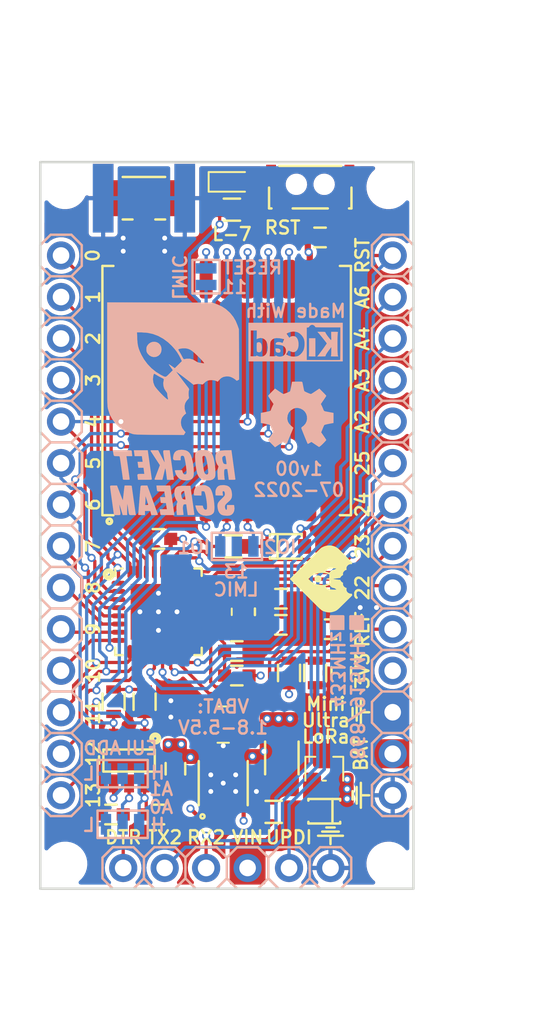
<source format=kicad_pcb>
(kicad_pcb (version 20211014) (generator pcbnew)
  (title_block (title "Mini Ultra LoRa") (date "2022-07-17") (rev "1v00") (company "Rocket Scream Electronics"))
  (layers (0 "F.Cu" signal) (1 "In1.Cu" power "GND") (2 "In2.Cu" power "3V3") (31 "B.Cu" signal) (34 "B.Paste" user) (35 "F.Paste" user) (36 "B.SilkS" user "B.Silkscreen") (37 "F.SilkS" user "F.Silkscreen") (38 "B.Mask" user) (39 "F.Mask" user) (44 "Edge.Cuts" user))
  (net 0 "")
  (net 1 "GND")
  (net 2 "/D4")
  (net 3 "/D9")
  (net 4 "/RST")
  (net 5 "/D3")
  (net 6 "/D5")
  (net 7 "/D6")
  (net 8 "/D7")
  (net 9 "/D8")
  (net 10 "/D10")
  (net 11 "/D11")
  (net 12 "/D12")
  (net 13 "/D13")
  (net 14 "/A6")
  (net 15 "AREF")
  (net 16 "/A2")
  (net 17 "/A3")
  (net 18 "/A4")
  (net 19 "/A5")
  (net 20 "/D0")
  (net 21 "/D1")
  (net 22 "/D2")
  (net 23 "VIN")
  (net 24 "/BULX")
  (net 25 "/BOLX")
  (net 26 "VBAT")
  (net 27 "/D25")
  (net 28 "/D20")
  (net 29 "/D21")
  (net 30 "/UPDI")
  (net 31 "/D24")
  (net 32 "/D23")
  (net 33 "/D22")
  (net 34 "Net-(C4-Pad1)")
  (net 35 "Net-(D3-Pad2)")
  (net 36 "3V3")
  (net 37 "Net-(C3-Pad1)")
  (net 38 "Net-(C2-Pad2)")
  (net 39 "Net-(J2-Pad1)")
  (net 40 "Net-(JP1-Pad2)")
  (net 41 "Net-(JP2-Pad2)")
  (net 42 "/DIO2")
  (net 43 "/DIO1")
  (net 44 "Net-(JP4-Pad2)")
  (footprint "RocketScreamKiCadLib:TS-1086E-12" (layer "F.Cu") (at 214 109.1)
    (fp_text reference "SW1" hide)
    (fp_text value "SPNO")
  )
  (footprint "RocketScreamKiCadLib:SOD-323" (layer "F.Cu") (at 212.5 131.6)
    (fp_text reference "D1" hide)
    (fp_text value "1N4148WS")
  )
  (footprint "RocketScreamKiCadLib:R_0603" (layer "F.Cu") (at 209.2 111 180)
    (fp_text reference "R5" hide)
    (fp_text value "2K2")
  )
  (footprint "RocketScreamKiCadLib:R_0603" (layer "F.Cu") (at 209.3 131.6 180)
    (fp_text reference "R1" hide)
    (fp_text value "10K")
  )
  (footprint "RocketScreamKiCadLib:C_0603" (layer "F.Cu") (at 204.7 131.14 180)
    (fp_text reference "C1" hide)
    (fp_text value "100nF")
  )
  (footprint "RocketScreamKiCadLib:C_0603" (layer "F.Cu") (at 209.5 138)
    (fp_text reference "C3" hide)
    (fp_text value "100nF")
  )
  (footprint "RocketScreamKiCadLib:R_0603" (layer "F.Cu") (at 211.76 147.84 180)
    (fp_text reference "R2" hide)
    (fp_text value "10K")
  )
  (footprint "RocketScreamKiCadLib:SOD-323" (layer "F.Cu") (at 214.86 147.8 180)
    (fp_text reference "D2" hide)
    (fp_text value "B16WS")
  )
  (footprint "RocketScreamKiCadLib:C_1206" (layer "F.Cu") (at 212.26 144.54 -90)
    (fp_text reference "C5" hide)
    (fp_text value "220uF 6.3V X5R")
  )
  (footprint "RocketScreamKiCadLib:I_0603" (layer "F.Cu") (at 209.5 139.5)
    (fp_text reference "L2" hide)
    (fp_text value "BLM18KG221SN1D")
  )
  (footprint "RocketScreamKiCadLib:I_2520" (layer "F.Cu") (at 208.668 142.5 180)
    (fp_text reference "L1" hide)
    (fp_text value "CVH252009-2R2M")
  )
  (footprint "RocketScreamKiCadLib:C_0603" (layer "F.Cu") (at 205.74 145.2 -90)
    (fp_text reference "C4" hide)
    (fp_text value "22uF 10V X5R")
  )
  (footprint "RocketScreamKiCadLib:DFN-12" (layer "F.Cu") (at 208.668 146.082 90)
    (fp_text reference "U1" hide)
    (fp_text value "RP604K331A")
  )
  (footprint "RocketScreamKiCadLib:SOT-323" (layer "F.Cu") (at 214.86 145.2 -90)
    (fp_text reference "Q1" hide)
    (fp_text value "DMP2165UW-7")
  )
  (footprint "RocketScreamKiCadLib:R_0603" (layer "F.Cu") (at 214.3 139.34 -90)
    (fp_text reference "R7" hide)
    (fp_text value "1M")
  )
  (footprint "RocketScreamKiCadLib:R_0603" (layer "F.Cu") (at 212.7 139.34 -90)
    (fp_text reference "R6" hide)
    (fp_text value "1M")
  )
  (footprint "RocketScreamKiCadLib:C_0603" (layer "F.Cu") (at 201.79 148)
    (fp_text reference "C2" hide)
    (fp_text value "100nF")
  )
  (footprint "RocketScreamKiCadLib:C_0603" (layer "F.Cu") (at 215.25 136.665 180)
    (fp_text reference "C7" hide)
    (fp_text value "100nF")
  )
  (footprint "RocketScreamKiCadLib:LED_0603" (layer "F.Cu") (at 209.2 109.3)
    (fp_text reference "D3" hide)
    (fp_text value "Red")
  )
  (footprint "RocketScreamKiCadLib:C_0603" (layer "F.Cu") (at 212.2 136.4)
    (fp_text reference "C8" hide)
    (fp_text value "10pF")
  )
  (footprint "RocketScreamKiCadLib:C_0603" (layer "F.Cu") (at 212.2 134.8)
    (fp_text reference "C9" hide)
    (fp_text value "10pF")
  )
  (footprint "RocketScreamKiCadLib:SC-20S" (layer "F.Cu") (at 209.9 135.6 90)
    (fp_text reference "Y1" hide)
    (fp_text value "SC20S")
  )
  (footprint "RocketScreamKiCadLib:LOGO-ROCKET-SCREAM_Without_Text_XXXXSmall" (layer "F.Cu") (at 215.163073 133.590004 135)
    (fp_text reference "LOGO2" hide)
    (fp_text value "LOGO-ROCKET-SCREAM-WITHOUT-TEXT" hide)
  )
  (footprint "RocketScreamKiCadLib:C_0603" (layer "F.Cu") (at 215.9 139.34 90)
    (fp_text reference "C10" hide)
    (fp_text value "100nF")
  )
  (footprint "RocketScreamKiCadLib:C_0603" (layer "F.Cu") (at 214.6 112.7)
    (fp_text reference "C11" hide)
    (fp_text value "22uF 10V X5R")
  )
  (footprint "RocketScreamKiCadLib:HOLE_NPTH_2.2MM" (layer "F.Cu") (at 218.796 109.614)
    (fp_text reference "M7" hide)
    (fp_text value "MOUNT_HOLE")
  )
  (footprint "RocketScreamKiCadLib:FIDUCIAL-0.5MM_CROSS" (layer "F.Cu") (at 198.46 111.54)
    (fp_text reference "M1" hide)
    (fp_text value "FIDUCIAL")
  )
  (footprint "RocketScreamKiCadLib:HOLE_NPTH_2.2MM" (layer "F.Cu") (at 198.984 151.016)
    (fp_text reference "M5" hide)
    (fp_text value "MOUNT_HOLE")
  )
  (footprint "RocketScreamKiCadLib:SOT-23-6" (layer "F.Cu") (at 202.9 144.7 180)
    (fp_text reference "U3" hide)
    (fp_text value "24AA025E64T-I-OT")
  )
  (footprint "RocketScreamKiCadLib:HOLE_NPTH_2.2MM" (layer "F.Cu") (at 198.984 109.614)
    (fp_text reference "M6" hide)
    (fp_text value "MOUNT_HOLE")
  )
  (footprint "RocketScreamKiCadLib:C_0603" (layer "F.Cu") (at 204.7 148)
    (fp_text reference "C6" hide)
    (fp_text value "100nF")
  )
  (footprint "RocketScreamKiCadLib:R_0603" (layer "F.Cu") (at 201.95 141.1 90)
    (fp_text reference "R3" hide)
    (fp_text value "2K2")
  )
  (footprint "RocketScreamKiCadLib:FIDUCIAL-0.5MM_CROSS" (layer "F.Cu") (at 198.46 149.04)
    (fp_text reference "M3" hide)
    (fp_text value "FIDUCIAL")
  )
  (footprint "RocketScreamKiCadLib:HOLE_NPTH_2.2MM" (layer "F.Cu") (at 218.796 151.016)
    (fp_text reference "M8" hide)
    (fp_text value "MOUNT_HOLE")
  )
  (footprint "RocketScreamKiCadLib:RF-SMA-EDGE_Without_Feed" (layer "F.Cu") (at 203.81 110.3 90)
    (fp_text reference "J3" hide)
    (fp_text value "RF-SMA-EDGE_Without_Feed")
  )
  (footprint "RocketScreamKiCadLib:U.FL-R-SMT" (layer "F.Cu") (at 203.81 110.3 180)
    (fp_text reference "J2" hide)
    (fp_text value "U.FL-R-SMT")
  )
  (footprint "RocketScreamKiCadLib:FIDUCIAL-0.5MM_CROSS" (layer "F.Cu") (at 219.46 149.04)
    (fp_text reference "M4" hide)
    (fp_text value "FIDUCIAL")
  )
  (footprint "RocketScreamKiCadLib:E19-900M20S2" (layer "F.Cu") (at 208.89 122.067)
    (fp_text reference "U4" hide)
    (fp_text value "E19-900M20S2")
  )
  (footprint "RocketScreamKiCadLib:R_0603" (layer "F.Cu") (at 203.85 141.1 90)
    (fp_text reference "R4" hide)
    (fp_text value "2K2")
  )
  (footprint "RocketScreamKiCadLib:QFN-32_5x5mm_Pitch0.5mm" (layer "F.Cu") (at 204.7 135.6)
    (fp_text reference "U2" hide)
    (fp_text value "ATMEGAx808-Mx")
  )
  (footprint "RocketScreamKiCadLib:FIDUCIAL-0.5MM_CROSS" (layer "F.Cu") (at 219.46 111.54)
    (fp_text reference "M2" hide)
    (fp_text value "FIDUCIAL")
  )
  (footprint "RocketScreamKiCadLib:LOGO-ROCKET-SCREAM_Vertical_XSmall" (layer "B.Cu") (at 205.59908 123.407889 180)
    (fp_text reference "LOGO3" hide)
    (fp_text value "LOGO-ROCKET-SCREAM-VERTICAL" hide)
  )
  (footprint "RocketScreamKiCadLib:HDR_1x6_Pitch2.54mm" (layer "B.Cu") (at 208.89 151.27)
    (fp_text reference "J1" hide)
    (fp_text value "2.54 mm 1x6")
  )
  (footprint "RocketScreamKiCadLib:HDR_1x14_Pitch2.54mm" (layer "B.Cu") (at 219.05 130.315 -90)
    (fp_text reference "J5" hide)
    (fp_text value "2.54 mm 1x14")
  )
  (footprint "RocketScreamKiCadLib:HDR_1x14_Pitch2.54mm" (layer "B.Cu") (at 198.73 130.315 -90)
    (fp_text reference "J4" hide)
    (fp_text value "2.54 mm 1x14")
  )
  (footprint "RocketScreamKiCadLib:LOGO-KICAD_XXXSmall" (layer "B.Cu") (at 213.1 119.1 180)
    (fp_text reference "LOGO1" hide)
    (fp_text value "LOGO-KICAD" hide)
  )
  (footprint "RocketScreamKiCadLib:LOGO-OSHW_XXSmall" (layer "B.Cu") (at 213.2 123.5 180)
    (fp_text reference "LOGO4" hide)
    (fp_text value "LOGO-OSHW" hide)
  )
  (footprint "RocketScreamKiCadLib:JUMPER-2-WAY-SMD" (layer "B.Cu") (at 209.5 131.6)
    (fp_text reference "JP3" hide)
    (fp_text value "JUMPER-2-WAY")
  )
  (footprint "RocketScreamKiCadLib:JUMPER-2-WAY-SMD" (layer "B.Cu") (at 202.5 148.6)
    (fp_text reference "JP2" hide)
    (fp_text value "JUMPER-2-WAY")
  )
  (footprint "RocketScreamKiCadLib:JUMPER-1-WAY-SMD" (layer "B.Cu") (at 207.62 115.1 90)
    (fp_text reference "JP4" hide)
    (fp_text value "JUMPER-1-WAY")
  )
  (footprint "RocketScreamKiCadLib:JUMPER-2-WAY-SMD" (layer "B.Cu") (at 202.5 145.5)
    (fp_text reference "JP1" hide)
    (fp_text value "JUMPER-2-WAY")
  )
  (gr_poly (pts (xy 216.46 135.878) (xy 216.46 136.64) (xy 217.222 136.64) (xy 217.222 135.878)) (layer "B.SilkS") (width 0.15) (fill solid))
  (gr_poly (pts (xy 215.26 135.878) (xy 215.26 136.64) (xy 216.022 136.64) (xy 216.022 135.878)) (layer "B.SilkS") (width 0.15) (fill solid))
  (gr_line (start 217.608 146.825) (end 217.1 146.825) (layer "F.SilkS") (width 0.15))
  (gr_line (start 217.1 140.983) (end 217.1 142.507) (layer "F.SilkS") (width 0.15))
  (gr_line (start 215.748 149.046) (end 214.732 149.046) (layer "F.SilkS") (width 0.15))
  (gr_line (start 216.002 149.3) (end 214.478 149.3) (layer "F.SilkS") (width 0.15))
  (gr_line (start 215.24 149.808) (end 215.24 149.3) (layer "F.SilkS") (width 0.15))
  (gr_line (start 217.1 146.063) (end 217.1 147.587) (layer "F.SilkS") (width 0.15))
  (gr_line (start 216.846 146.317) (end 216.846 147.333) (layer "F.SilkS") (width 0.15))
  (gr_line (start 216.592 146.571) (end 216.592 147.079) (layer "F.SilkS") (width 0.15))
  (gr_line (start 217.608 141.745) (end 217.1 141.745) (layer "F.SilkS") (width 0.15))
  (gr_line (start 215.494 148.792) (end 214.986 148.792) (layer "F.SilkS") (width 0.15))
  (gr_line (start 216.592 141.491) (end 216.592 141.999) (layer "F.SilkS") (width 0.15))
  (gr_line (start 216.846 141.237) (end 216.846 142.253) (layer "F.SilkS") (width 0.15))
  (gr_line (start 197.46 108.09) (end 197.46 152.54) (layer "Edge.Cuts") (width 0.15))
  (gr_line (start 197.46 152.54) (end 220.32 152.54) (layer "Edge.Cuts") (width 0.15))
  (gr_line (start 220.32 108.09) (end 220.32 152.54) (layer "Edge.Cuts") (width 0.15))
  (gr_line (start 197.46 108.09) (end 220.32 108.09) (layer "Edge.Cuts") (width 0.15))
  (gr_text "1v00\n07-2022" (at 213.3 127.5) (layer "B.SilkS") (effects (font (size 0.8 0.8)) (justify mirror)))
  (gr_text "VBAT:\n1.8-5.5V" (at 208.66 142.04) (layer "B.SilkS") (effects (font (size 0.8 0.8)) (justify mirror)))
  (gr_text "Made With" (at 213.1 117.2) (layer "B.SilkS") (effects (font (size 0.8 0.8)) (justify mirror)))
  (gr_text "868/915MHz" (at 216.86 140.74 270) (layer "B.SilkS") (effects (font (size 0.8 0.8)) (justify mirror)))
  (gr_text "433MHz" (at 215.66 139.14 270) (layer "B.SilkS") (effects (font (size 0.8 0.8)) (justify mirror)))
  (gr_text "LMIC" (at 209.46 134.24) (layer "B.SilkS") (effects (font (size 0.8 0.8)) (justify mirror)))
  (gr_text "IO2" (at 212.16 131.64) (layer "B.SilkS") (effects (font (size 0.8 0.8)) (justify mirror)))
  (gr_text "L" (at 200.46 148.64) (layer "B.SilkS") (effects (font (size 0.8 0.8)) (justify mirror)))
  (gr_text "LMIC" (at 205.96 115.14 270) (layer "B.SilkS") (effects (font (size 0.8 0.8)) (justify mirror)))
  (gr_text "13" (at 209.46 133.14) (layer "B.SilkS") (effects (font (size 0.8 0.8)) (justify mirror)))
  (gr_text "A0" (at 204.86 147.54) (layer "B.SilkS") (effects (font (size 0.8 0.8)) (justify mirror)))
  (gr_text "H" (at 204.66 148.64) (layer "B.SilkS") (effects (font (size 0.8 0.8)) (justify mirror)))
  (gr_text "11" (at 209.36 115.74) (layer "B.SilkS") (effects (font (size 0.8 0.8)) (justify mirror)))
  (gr_text "L" (at 200.46 145.5) (layer "B.SilkS") (effects (font (size 0.8 0.8)) (justify mirror)))
  (gr_text "EUI" (at 203.66 143.94) (layer "B.SilkS") (effects (font (size 0.8 0.8)) (justify mirror)))
  (gr_text "RESET" (at 210.46 114.54) (layer "B.SilkS") (effects (font (size 0.8 0.8)) (justify mirror)))
  (gr_text "A1" (at 204.86 146.44) (layer "B.SilkS") (effects (font (size 0.8 0.8)) (justify mirror)))
  (gr_text "IO1" (at 206.86 131.64) (layer "B.SilkS") (effects (font (size 0.8 0.8)) (justify mirror)))
  (gr_text "H" (at 204.66 145.44) (layer "B.SilkS") (effects (font (size 0.8 0.8)) (justify mirror)))
  (gr_text "ADD" (at 201.26 143.94) (layer "B.SilkS") (effects (font (size 0.8 0.8)) (justify mirror)))
  (gr_text "12" (at 200.7 144.285 90) (layer "F.SilkS") (effects (font (size 0.8 0.8))))
  (gr_text "11" (at 200.7 141.745 90) (layer "F.SilkS") (effects (font (size 0.8 0.8))))
  (gr_text "10" (at 200.7 139.205 90) (layer "F.SilkS") (effects (font (size 0.8 0.8))))
  (gr_text "9" (at 200.7 136.665 90) (layer "F.SilkS") (effects (font (size 0.8 0.8))))
  (gr_text "8" (at 200.7 134.125 90) (layer "F.SilkS") (effects (font (size 0.8 0.8))))
  (gr_text "7" (at 200.7 131.585 90) (layer "F.SilkS") (effects (font (size 0.8 0.8))))
  (gr_text "6" (at 200.7 129.045 90) (layer "F.SilkS") (effects (font (size 0.8 0.8))))
  (gr_text "5" (at 200.7 126.505 90) (layer "F.SilkS") (effects (font (size 0.8 0.8))))
  (gr_text "4" (at 200.7 123.965 90) (layer "F.SilkS") (effects (font (size 0.8 0.8))))
  (gr_text "3" (at 200.7 121.425 90) (layer "F.SilkS") (effects (font (size 0.8 0.8))))
  (gr_text "2" (at 200.7 118.885 90) (layer "F.SilkS") (effects (font (size 0.8 0.8))))
  (gr_text "1" (at 200.7 116.345 90) (layer "F.SilkS") (effects (font (size 0.8 0.8))))
  (gr_text "0" (at 200.6 113.805 270) (layer "F.SilkS") (effects (font (size 0.8 0.8))))
  (gr_text "VIN" (at 210.16 149.4) (layer "F.SilkS") (effects (font (size 0.8 0.8))))
  (gr_text "RX2" (at 207.62 149.4) (layer "F.SilkS") (effects (font (size 0.8 0.8))))
  (gr_text "TX2" (at 205.08 149.4) (layer "F.SilkS") (effects (font (size 0.8 0.8))))
  (gr_text "DTR" (at 202.54 149.4) (layer "F.SilkS") (effects (font (size 0.8 0.8))))
  (gr_text "RST" (at 217.2 113.805 90) (layer "F.SilkS") (effects (font (size 0.8 0.8))))
  (gr_text "A6" (at 217.2 116.345 90) (layer "F.SilkS") (effects (font (size 0.8 0.8))))
  (gr_text "A4" (at 217.2 118.885 90) (layer "F.SilkS") (effects (font (size 0.8 0.8))))
  (gr_text "A3" (at 217.2 121.425 90) (layer "F.SilkS") (effects (font (size 0.8 0.8))))
  (gr_text "A2" (at 217.2 123.965 90) (layer "F.SilkS") (effects (font (size 0.8 0.8))))
  (gr_text "22" (at 217.2 134.125 90) (layer "F.SilkS") (effects (font (size 0.8 0.8))))
  (gr_text "23" (at 217.2 131.585 90) (layer "F.SilkS") (effects (font (size 0.8 0.8))))
  (gr_text "24" (at 217.2 129.045 90) (layer "F.SilkS") (effects (font (size 0.8 0.8))))
  (gr_text "25" (at 217.2 126.505 90) (layer "F.SilkS") (effects (font (size 0.8 0.8))))
  (gr_text "3V3" (at 217.2 139.205 90) (layer "F.SilkS") (effects (font (size 0.8 0.8))))
  (gr_text "BAT" (at 217.1 144.285 90) (layer "F.SilkS") (effects (font (size 0.8 0.8))))
  (gr_text "REF" (at 217.2 136.665 90) (layer "F.SilkS") (effects (font (size 0.8 0.8))))
  (gr_text "UPDI" (at 212.7 149.4) (layer "F.SilkS") (effects (font (size 0.8 0.8))))
  (gr_text "RST" (at 212.3 112.1) (layer "F.SilkS") (effects (font (size 0.8 0.8))))
  (gr_text "L-7" (at 209.2 112.5) (layer "F.SilkS") (effects (font (size 0.8 0.8))))
  (gr_text "Mini" (at 214.96 141.24) (layer "F.SilkS") (effects (font (size 0.8 0.8))))
  (gr_text "13" (at 200.7 146.825 90) (layer "F.SilkS") (effects (font (size 0.8 0.8))))
  (gr_text "LoRa" (at 214.96 143.24) (layer "F.SilkS") (effects (font (size 0.8 0.8))))
  (gr_text "Ultra" (at 214.96 142.24) (layer "F.SilkS") (effects (font (size 0.8 0.8))))
  (segment (start 209.418 146.602) (end 209.43 146.59) (width 0.254) (layer "F.Cu") (net 1))
  (segment (start 207.150001 136.35) (end 208.25 136.35) (width 0.2) (layer "F.Cu") (net 1))
  (segment (start 208.918 144.046) (end 208.668 143.796) (width 0.254) (layer "F.Cu") (net 1))
  (segment (start 203.95 131.69) (end 203.95 131.14) (width 0.254) (layer "F.Cu") (net 1))
  (segment (start 208.918 146.582) (end 207.993 145.657) (width 0.254) (layer "F.Cu") (net 1))
  (segment (start 208.418 147.482) (end 208.418 148.098) (width 0.254) (layer "F.Cu") (net 1))
  (segment (start 208.918 147.482) (end 208.918 146.582) (width 0.254) (layer "F.Cu") (net 1))
  (segment (start 208.418 146.582) (end 209.343 145.657) (width 0.254) (layer "F.Cu") (net 1))
  (segment (start 208.918 146.082) (end 209.343 146.507) (width 0.254) (layer "F.Cu") (net 1))
  (segment (start 208.418 147.482) (end 208.418 146.582) (width 0.254) (layer "F.Cu") (net 1))
  (segment (start 204.45 133.15) (end 204.45 132.19) (width 0.254) (layer "F.Cu") (net 1))
  (segment (start 204.45 132.19) (end 203.95 131.69) (width 0.254) (layer "F.Cu") (net 1))
  (segment (start 208.918 144.682) (end 208.918 144.046) (width 0.254) (layer "F.Cu") (net 1))
  (segment (start 208.418 144.682) (end 208.418 146.082) (width 0.254) (layer "F.Cu") (net 1))
  (segment (start 208.918 147.482) (end 208.918 148.04) (width 0.254) (layer "F.Cu") (net 1))
  (segment (start 208.418 144.682) (end 208.418 144.046) (width 0.254) (layer "F.Cu") (net 1))
  (segment (start 209.418 147.482) (end 209.418 146.602) (width 0.254) (layer "F.Cu") (net 1))
  (segment (start 209.418 147.482) (end 209.418 147.982) (width 0.254) (layer "F.Cu") (net 1))
  (segment (start 208.418 144.046) (end 208.668 143.796) (width 0.254) (layer "F.Cu") (net 1))
  (segment (start 208.418 146.082) (end 207.993 146.507) (width 0.254) (layer "F.Cu") (net 1))
  (segment (start 208.918 144.682) (end 208.918 146.082) (width 0.254) (layer "F.Cu") (net 1))
  (via (at 207.906 145.574) (size 0.5) (drill 0.3) (layers "F.Cu" "B.Cu") (net 1))
  (via (at 207.906 146.59) (size 0.5) (drill 0.3) (layers "F.Cu" "B.Cu") (net 1))
  (via (at 208.668 146.082) (size 0.5) (drill 0.3) (layers "F.Cu" "B.Cu") (net 1))
  (via (at 209.43 145.574) (size 0.5) (drill 0.3) (layers "F.Cu" "B.Cu") (net 1))
  (via (at 209.43 146.59) (size 0.5) (drill 0.3) (layers "F.Cu" "B.Cu") (net 1))
  (via (at 210.7 146.59) (size 0.5) (drill 0.3) (layers "F.Cu" "B.Cu") (net 1))
  (via (at 204.7 134.465) (size 0.5) (drill 0.3) (layers "F.Cu" "B.Cu") (net 1))
  (via (at 205.46 142.04) (size 0.5) (drill 0.3) (layers "F.Cu" "B.Cu") (net 1))
  (via (at 204.7 135.6) (size 0.5) (drill 0.3) (layers "F.Cu" "B.Cu") (net 1))
  (via (at 202.537855 112.74) (size 0.5) (drill 0.3) (layers "F.Cu" "B.Cu") (net 1))
  (via (at 205.46 141.04) (size 0.5) (drill 0.3) (layers "F.Cu" "B.Cu") (net 1))
  (via (at 218.06 135.34) (size 0.5) (drill 0.3) (layers "F.Cu" "B.Cu") (net 1))
  (via (at 205.08 112.74) (size 0.5) (drill 0.3) (layers "F.Cu" "B.Cu") (net 1))
  (via (at 217.06 135.34) (size 0.5) (drill 0.3) (layers "F.Cu" "B.Cu") (net 1))
  (via (at 204.7 136.735) (size 0.5) (drill 0.3) (layers "F.Cu" "B.Cu") (net 1))
  (via (at 203.565 135.6) (size 0.5) (drill 0.3) (layers "F.Cu" "B.Cu") (net 1))
  (via (at 202.54 113.54) (size 0.5) (drill 0.3) (layers "F.Cu" "B.Cu") (net 1))
  (via (at 205.08 113.54) (size 0.5) (drill 0.3) (layers "F.Cu" "B.Cu") (net 1))
  (via (at 205.835 135.6) (size 0.5) (drill 0.3) (layers "F.Cu" "B.Cu") (net 1))
  (via (at 208.668 143.796) (size 0.5) (drill 0.3) (layers "F.Cu" "B.Cu") (net 1))
  (segment (start 201.2 132.1) (end 200.2 131.1) (width 0.2) (layer "F.Cu") (net 2))
  (segment (start 202.25 134.35) (end 201.65 134.35) (width 0.2) (layer "F.Cu") (net 2))
  (segment (start 201.65 134.35) (end 201.2 133.9) (width 0.2) (layer "F.Cu") (net 2))
  (segment (start 200.2 125.435) (end 198.73 123.965) (width 0.2) (layer "F.Cu") (net 2))
  (segment (start 210.16 115.252) (end 210.16 113.6) (width 0.2) (layer "F.Cu") (net 2))
  (segment (start 210.16 123.965) (end 210.135 123.965) (width 0.2) (layer "F.Cu") (net 2))
  (segment (start 200.2 131.1) (end 200.2 125.435) (width 0.2) (layer "F.Cu") (net 2))
  (segment (start 210.135 123.965) (end 202.4 123.965) (width 0.2) (layer "F.Cu") (net 2))
  (segment (start 201.2 133.9) (end 201.2 132.1) (width 0.2) (layer "F.Cu") (net 2))
  (via (at 210.16 123.965) (size 0.5) (drill 0.3) (layers "F.Cu" "B.Cu") (net 2))
  (via (at 202.4 123.965) (size 0.5) (drill 0.3) (layers "F.Cu" "B.Cu") (net 2))
  (via (at 210.16 113.6) (size 0.5) (drill 0.3) (layers "F.Cu" "B.Cu") (net 2))
  (segment (start 202.4 123.965) (end 198.73 123.965) (width 0.2) (layer "B.Cu") (net 2))
  (segment (start 210.16 123.965) (end 210.16 113.6) (width 0.2) (layer "B.Cu") (net 2))
  (segment (start 198.915 136.85) (end 198.73 136.665) (width 0.2) (layer "F.Cu") (net 3))
  (segment (start 202.09 136.85) (end 198.915 136.85) (width 0.2) (layer "F.Cu") (net 3))
  (segment (start 217.1 113.4) (end 217.505 113.805) (width 0.2) (layer "F.Cu") (net 4))
  (segment (start 207.2 132.5) (end 207 132.3) (width 0.2) (layer "F.Cu") (net 4))
  (segment (start 207.8 131.6) (end 207.5 131.3) (width 0.2) (layer "F.Cu") (net 4))
  (segment (start 215.725 110.85) (end 216.65 110.85) (width 0.2) (layer "F.Cu") (net 4))
  (segment (start 208.55 131.6) (end 207.8 131.6) (width 0.2) (layer "F.Cu") (net 4))
  (segment (start 217.1 111.3) (end 217.1 113.4) (width 0.2) (layer "F.Cu") (net 4))
  (segment (start 200.7 147.2) (end 201.04 147.54) (width 0.2) (layer "F.Cu") (net 4))
  (segment (start 206.2 132.3) (end 205.95 132.55) (width 0.2) (layer "F.Cu") (net 4))
  (segment (start 205.95 132.55) (end 205.95 133.15) (width 0.2) (layer "F.Cu") (net 4))
  (segment (start 216.65 110.85) (end 217.1 111.3) (width 0.2) (layer "F.Cu") (net 4))
  (segment (start 200.7 141.3) (end 200.7 147.2) (width 0.2) (layer "F.Cu") (net 4))
  (segment (start 207.5 131.3) (end 206.9 131.3) (width 0.2) (layer "F.Cu") (net 4))
  (segment (start 213.65 131.6) (end 213.65 130.75) (width 0.2) (layer "F.Cu") (net 4))
  (segment (start 217.505 113.805) (end 219.05 113.805) (width 0.2) (layer "F.Cu") (net 4))
  (segment (start 213.65 130.75) (end 213.4 130.5) (width 0.2) (layer "F.Cu") (net 4))
  (segment (start 207 132.3) (end 206.2 132.3) (width 0.2) (layer "F.Cu") (net 4))
  (segment (start 200.9 141.1) (end 200.7 141.3) (width 0.2) (layer "F.Cu") (net 4))
  (segment (start 201.04 147.54) (end 201.04 148.1) (width 0.2) (layer "F.Cu") (net 4))
  (via (at 206.9 131.3) (size 0.5) (drill 0.3) (layers "F.Cu" "B.Cu") (net 4))
  (via (at 200.9 141.1) (size 0.5) (drill 0.3) (layers "F.Cu" "B.Cu") (net 4))
  (via (at 207.2 132.5) (size 0.5) (drill 0.3) (layers "F.Cu" "B.Cu") (net 4))
  (via (at 213.4 130.5) (size 0.5) (drill 0.3) (layers "F.Cu" "B.Cu") (net 4))
  (segment (start 217.46 117.34) (end 217.46 119.24) (width 0.2) (layer "B.Cu") (net 4))
  (segment (start 207.2 131.6) (end 206.9 131.3) (width 0.2) (layer "B.Cu") (net 4))
  (segment (start 202.7 135.6) (end 202.7 139.6) (width 0.2) (layer "B.Cu") (net 4))
  (segment (start 204.5 132) (end 204.5 133.8) (width 0.2) (layer "B.Cu") (net 4))
  (segment (start 207.2 132.5) (end 207.7 133) (width 0.2) (layer "B.Cu") (net 4))
  (segment (start 207.7 133) (end 209.6 133) (width 0.2) (layer "B.Cu") (net 4))
  (segment (start 204.76 131.74) (end 204.5 132) (width 0.2) (layer "B.Cu") (net 4))
  (segment (start 213.8 130.5) (end 213.4 130.5) (width 0.2) (layer "B.Cu") (net 4))
  (segment (start 209.6 133) (end 210 132.6) (width 0.2) (layer "B.Cu") (net 4))
  (segment (start 217.46 119.24) (end 217.06 119.64) (width 0.2) (layer "B.Cu") (net 4))
  (segment (start 217.86 116.94) (end 217.46 117.34) (width 0.2) (layer "B.Cu") (net 4))
  (segment (start 206.46 131.74) (end 204.76 131.74) (width 0.2) (layer "B.Cu") (net 4))
  (segment (start 217.06 119.64) (end 217.06 121.64) (width 0.2) (layer "B.Cu") (net 4))
  (segment (start 216.26 126.34) (end 215.86 126.74) (width 0.2) (layer "B.Cu") (net 4))
  (segment (start 215.86 126.74) (end 215.86 128.44) (width 0.2) (layer "B.Cu") (net 4))
  (segment (start 216.66 123.94) (end 216.26 124.34) (width 0.2) (layer "B.Cu") (net 4))
  (segment (start 219.05 113.805) (end 217.86 114.995) (width 0.2) (layer "B.Cu") (net 4))
  (segment (start 206.9 131.3) (end 206.46 131.74) (width 0.2) (layer "B.Cu") (net 4))
  (segment (start 216.26 124.34) (end 216.26 126.34) (width 0.2) (layer "B.Cu") (net 4))
  (segment (start 213.4 130.9) (end 213.4 130.5) (width 0.2) (layer "B.Cu") (net 4))
  (segment (start 201.2 141.1) (end 200.9 141.1) (width 0.2) (layer "B.Cu") (net 4))
  (segment (start 204.5 133.8) (end 202.7 135.6) (width 0.2) (layer "B.Cu") (net 4))
  (segment (start 207.2 132.5) (end 207.2 131.6) (width 0.2) (layer "B.Cu") (net 4))
  (segment (start 216.66 122.04) (end 216.66 123.94) (width 0.2) (layer "B.Cu") (net 4))
  (segment (start 215.86 128.44) (end 213.8 130.5) (width 0.2) (layer "B.Cu") (net 4))
  (segment (start 211.7 132.6) (end 213.4 130.9) (width 0.2) (layer "B.Cu") (net 4))
  (segment (start 217.06 121.64) (end 216.66 122.04) (width 0.2) (layer "B.Cu") (net 4))
  (segment (start 210 132.6) (end 211.7 132.6) (width 0.2) (layer "B.Cu") (net 4))
  (segment (start 202.7 139.6) (end 201.2 141.1) (width 0.2) (layer "B.Cu") (net 4))
  (segment (start 217.86 114.995) (end 217.86 116.94) (width 0.2) (layer "B.Cu") (net 4))
  (segment (start 203.85 142.4) (end 203.85 141.75) (width 0.2) (layer "F.Cu") (net 5))
  (segment (start 202.25 132.95) (end 202.25 133.850001) (width 0.2) (layer "F.Cu") (net 5))
  (segment (start 200.6 130.9) (end 200.6 123.295) (width 0.2) (layer "F.Cu") (net 5))
  (segment (start 201.6 131.9) (end 200.6 130.9) (width 0.2) (layer "F.Cu") (net 5))
  (segment (start 203.85 143.2) (end 203.85 142.4) (width 0.2) (layer "F.Cu") (net 5))
  (segment (start 201.6 132.3) (end 201.6 131.9) (width 0.2) (layer "F.Cu") (net 5))
  (segment (start 200.6 123.295) (end 198.73 121.425) (width 0.2) (layer "F.Cu") (net 5))
  (segment (start 202.2 132.9) (end 202.25 132.95) (width 0.2) (layer "F.Cu") (net 5))
  (segment (start 202.2 132.9) (end 201.6 132.3) (width 0.2) (layer "F.Cu") (net 5))
  (via (at 202.2 132.9) (size 0.5) (drill 0.3) (layers "F.Cu" "B.Cu") (net 5))
  (via (at 203.85 142.4) (size 0.5) (drill 0.3) (layers "F.Cu" "B.Cu") (net 5))
  (segment (start 200.3 134.8) (end 202.2 132.9) (width 0.2) (layer "B.Cu") (net 5))
  (segment (start 203.85 142.4) (end 202.9 142.4) (width 0.2) (layer "B.Cu") (net 5))
  (segment (start 200.3 141.4) (end 200.3 134.8) (width 0.2) (layer "B.Cu") (net 5))
  (segment (start 200.7 141.8) (end 200.3 141.4) (width 0.2) (layer "B.Cu") (net 5))
  (segment (start 202.3 141.8) (end 200.7 141.8) (width 0.2) (layer "B.Cu") (net 5))
  (segment (start 202.9 142.4) (end 202.3 141.8) (width 0.2) (layer "B.Cu") (net 5))
  (segment (start 211.43 124.7) (end 202.4 124.7) (width 0.2) (layer "F.Cu") (net 6))
  (segment (start 200.8 132.5) (end 200.8 134.1) (width 0.2) (layer "F.Cu") (net 6))
  (segment (start 200.6 132.3) (end 200.8 132.5) (width 0.2) (layer "F.Cu") (net 6))
  (segment (start 200.8 134.1) (end 201.55 134.85) (width 0.2) (layer "F.Cu") (net 6))
  (segment (start 201.55 134.85) (end 202.249999 134.85) (width 0.2) (layer "F.Cu") (net 6))
  (segment (start 211.43 115.252) (end 211.43 113.6) (width 0.2) (layer "F.Cu") (net 6))
  (via (at 200.6 132.3) (size 0.5) (drill 0.3) (layers "F.Cu" "B.Cu") (net 6))
  (via (at 211.43 124.7) (size 0.5) (drill 0.3) (layers "F.Cu" "B.Cu") (net 6))
  (via (at 202.4 124.7) (size 0.5) (drill 0.3) (layers "F.Cu" "B.Cu") (net 6))
  (via (at 211.43 113.6) (size 0.5) (drill 0.3) (layers "F.Cu" "B.Cu") (net 6))
  (segment (start 199.35 128.05) (end 198.73 127.43) (width 0.2) (layer "B.Cu") (net 6))
  (segment (start 211.43 113.6) (end 211.43 124.7) (width 0.2) (layer "B.Cu") (net 6))
  (segment (start 199.95 128.05) (end 199.35 128.05) (width 0.2) (layer "B.Cu") (net 6))
  (segment (start 200.3 128.4) (end 199.95 128.05) (width 0.2) (layer "B.Cu") (net 6))
  (segment (start 200.6 132.3) (end 200.3 132) (width 0.2) (layer "B.Cu") (net 6))
  (segment (start 200.3 132) (end 200.3 128.4) (width 0.2) (layer "B.Cu") (net 6))
  (segment (start 198.73 127.43) (end 198.73 126.505) (width 0.2) (layer "B.Cu") (net 6))
  (segment (start 202.4 124.7) (end 200.535 124.7) (width 0.2) (layer "B.Cu") (net 6))
  (segment (start 200.535 124.7) (end 198.73 126.505) (width 0.2) (layer "B.Cu") (net 6))
  (segment (start 200.4 133.1) (end 200.4 134.3) (width 0.2) (layer "F.Cu") (net 7))
  (segment (start 201.45 135.35) (end 202.09 135.35) (width 0.2) (layer "F.Cu") (net 7))
  (segment (start 199.6 127.5) (end 199.6 128.175) (width 0.2) (layer "F.Cu") (net 7))
  (segment (start 202.4 125.4) (end 202.5 125.5) (width 0.2) (layer "F.Cu") (net 7))
  (segment (start 199.6 128.175) (end 198.73 129.045) (width 0.2) (layer "F.Cu") (net 7))
  (segment (start 200.4 134.3) (end 201.45 135.35) (width 0.2) (layer "F.Cu") (net 7))
  (segment (start 200.2 132.9) (end 200.4 133.1) (width 0.2) (layer "F.Cu") (net 7))
  (segment (start 202.5 125.5) (end 212.7 125.5) (width 0.2) (layer "F.Cu") (net 7))
  (segment (start 212.7 115.252) (end 212.7 113.6) (width 0.2) (layer "F.Cu") (net 7))
  (via (at 202.4 125.4) (size 0.5) (drill 0.3) (layers "F.Cu" "B.Cu") (net 7))
  (via (at 212.7 113.6) (size 0.5) (drill 0.3) (layers "F.Cu" "B.Cu") (net 7))
  (via (at 212.7 125.5) (size 0.5) (drill 0.3) (layers "F.Cu" "B.Cu") (net 7))
  (via (at 200.2 132.9) (size 0.5) (drill 0.3) (layers "F.Cu" "B.Cu") (net 7))
  (via (at 199.6 127.5) (size 0.5) (drill 0.3) (layers "F.Cu" "B.Cu") (net 7))
  (segment (start 199.9 130.215) (end 198.73 129.045) (width 0.2) (layer "B.Cu") (net 7))
  (segment (start 200.2 132.9) (end 199.9 132.6) (width 0.2) (layer "B.Cu") (net 7))
  (segment (start 212.7 113.6) (end 212.7 125.5) (width 0.2) (layer "B.Cu") (net 7))
  (segment (start 199.9 125.9) (end 199.9 127.2) (width 0.2) (layer "B.Cu") (net 7))
  (segment (start 202.4 125.4) (end 200.4 125.4) (width 0.2) (layer "B.Cu") (net 7))
  (segment (start 199.9 127.2) (end 199.6 127.5) (width 0.2) (layer "B.Cu") (net 7))
  (segment (start 200.4 125.4) (end 199.9 125.9) (width 0.2) (layer "B.Cu") (net 7))
  (segment (start 199.9 132.6) (end 199.9 130.215) (width 0.2) (layer "B.Cu") (net 7))
  (segment (start 200 133.5) (end 199.6 133.1) (width 0.2) (layer "F.Cu") (net 8))
  (segment (start 208.45 111) (end 208.45 111.9) (width 0.2) (layer "F.Cu") (net 8))
  (segment (start 199.6 132.455) (end 198.73 131.585) (width 0.2) (layer "F.Cu") (net 8))
  (segment (start 202.09 135.85) (end 201.35 135.85) (width 0.2) (layer "F.Cu") (net 8))
  (segment (start 201.35 135.85) (end 200 134.5) (width 0.2) (layer "F.Cu") (net 8))
  (segment (start 200 134.5) (end 200 133.5) (width 0.2) (layer "F.Cu") (net 8))
  (segment (start 199.6 133.1) (end 199.6 132.455) (width 0.2) (layer "F.Cu") (net 8))
  (via (at 208.45 111.9) (size 0.5) (drill 0.3) (layers "F.Cu" "B.Cu") (net 8))
  (segment (start 207.2 116.6) (end 207.2 126.3) (width 0.2) (layer "B.Cu") (net 8))
  (segment (start 208.45 111.9) (end 206.6 113.75) (width 0.2) (layer "B.Cu") (net 8))
  (segment (start 200 133.5) (end 198.73 132.23) (width 0.2) (layer "B.Cu") (net 8))
  (segment (start 198.73 132.23) (end 198.73 131.585) (width 0.2) (layer "B.Cu") (net 8))
  (segment (start 206.6 113.75) (end 206.6 116) (width 0.2) (layer "B.Cu") (net 8))
  (segment (start 201.2 132.7) (end 200.4 133.5) (width 0.2) (layer "B.Cu") (net 8))
  (segment (start 206.6 116) (end 207.2 116.6) (width 0.2) (layer "B.Cu") (net 8))
  (segment (start 201.2 132.3) (end 201.2 132.7) (width 0.2) (layer "B.Cu") (net 8))
  (segment (start 200.4 133.5) (end 200 133.5) (width 0.2) (layer "B.Cu") (net 8))
  (segment (start 207.2 126.3) (end 201.2 132.3) (width 0.2) (layer "B.Cu") (net 8))
  (segment (start 202.089999 136.35) (end 201.2525 136.35) (width 0.2) (layer "F.Cu") (net 9))
  (segment (start 201.2525 136.35) (end 199.0275 134.125) (width 0.2) (layer "F.Cu") (net 9))
  (segment (start 199.0275 134.125) (end 198.73 134.125) (width 0.2) (layer "F.Cu") (net 9))
  (segment (start 207.62 128.882) (end 207.62 130.4) (width 0.2) (layer "F.Cu") (net 10))
  (segment (start 201.7 137.4) (end 201.65 137.35) (width 0.2) (layer "F.Cu") (net 10))
  (segment (start 201.7 137.8) (end 201.7 137.4) (width 0.2) (layer "F.Cu") (net 10))
  (segment (start 200.585 137.35) (end 198.73 139.205) (width 0.2) (layer "F.Cu") (net 10))
  (segment (start 201.65 137.35) (end 200.585 137.35) (width 0.2) (layer "F.Cu") (net 10))
  (segment (start 202.250001 137.35) (end 201.65 137.35) (width 0.2) (layer "F.Cu") (net 10))
  (via (at 201.7 137.8) (size 0.5) (drill 0.3) (layers "F.Cu" "B.Cu") (net 10))
  (via (at 207.62 130.4) (size 0.5) (drill 0.3) (layers "F.Cu" "B.Cu") (net 10))
  (segment (start 201.7 137.8) (end 201.7 135.4) (width 0.2) (layer "B.Cu") (net 10))
  (segment (start 201.7 135.4) (end 203.6 133.5) (width 0.2) (layer "B.Cu") (net 10))
  (segment (start 207.36 130.14) (end 207.62 130.4) (width 0.2) (layer "B.Cu") (net 10))
  (segment (start 205.16 130.14) (end 207.36 130.14) (width 0.2) (layer "B.Cu") (net 10))
  (segment (start 203.6 131.7) (end 205.16 130.14) (width 0.2) (layer "B.Cu") (net 10))
  (segment (start 203.6 133.5) (end 203.6 131.7) (width 0.2) (layer "B.Cu") (net 10))
  (segment (start 202.950001 138.549999) (end 202.950001 138.05) (width 0.2) (layer "F.Cu") (net 11))
  (segment (start 199.5 140.975) (end 198.73 141.745) (width 0.2) (layer "F.Cu") (net 11))
  (segment (start 199.5 140.1) (end 199.5 140.975) (width 0.2) (layer "F.Cu") (net 11))
  (segment (start 202.8 138.7) (end 202.950001 138.549999) (width 0.2) (layer "F.Cu") (net 11))
  (segment (start 200.9 138.7) (end 202.8 138.7) (width 0.2) (layer "F.Cu") (net 11))
  (segment (start 200.9 138.7) (end 199.5 140.1) (width 0.2) (layer "F.Cu") (net 11))
  (via (at 200.9 138.7) (size 0.5) (drill 0.3) (layers "F.Cu" "B.Cu") (net 11))
  (segment (start 200.7 138.5) (end 200.7 135.2) (width 0.2) (layer "B.Cu") (net 11))
  (segment (start 200.7 135.2) (end 202.8 133.1) (width 0.2) (layer "B.Cu") (net 11))
  (segment (start 200.9 138.7) (end 200.7 138.5) (width 0.2) (layer "B.Cu") (net 11))
  (segment (start 202.8 133.1) (end 202.8 131.3) (width 0.2) (layer "B.Cu") (net 11))
  (segment (start 207.62 126.48) (end 207.62 115.608) (width 0.2) (layer "B.Cu") (net 11))
  (segment (start 202.8 131.3) (end 207.62 126.48) (width 0.2) (layer "B.Cu") (net 11))
  (segment (start 201.5 139.25) (end 201.05 139.25) (width 0.2) (layer "F.Cu") (net 12))
  (segment (start 208.89 115.252) (end 208.89 113.6) (width 0.2) (layer "F.Cu") (net 12))
  (segment (start 199.9 143.115) (end 198.73 144.285) (width 0.2) (layer "F.Cu") (net 12))
  (segment (start 201.5 139.25) (end 202.85 139.25) (width 0.2) (layer "F.Cu") (net 12))
  (segment (start 199.9 140.4) (end 199.9 143.115) (width 0.2) (layer "F.Cu") (net 12))
  (segment (start 203.45 138.65) (end 203.45 138.05) (width 0.2) (layer "F.Cu") (net 12))
  (segment (start 201.05 139.25) (end 199.9 140.4) (width 0.2) (layer "F.Cu") (net 12))
  (segment (start 202.85 139.25) (end 203.45 138.65) (width 0.2) (layer "F.Cu") (net 12))
  (via (at 208.89 113.6) (size 0.5) (drill 0.3) (layers "F.Cu" "B.Cu") (net 12))
  (via (at 201.5 139.25) (size 0.5) (drill 0.3) (layers "F.Cu" "B.Cu") (net 12))
  (segment (start 203.2 133.3) (end 203.2 131.5) (width 0.2) (layer "B.Cu") (net 12))
  (segment (start 208.1 116.6) (end 208.89 115.81) (width 0.2) (layer "B.Cu") (net 12))
  (segment (start 208.1 126.6) (end 208.1 116.6) (width 0.2) (layer "B.Cu") (net 12))
  (segment (start 201.5 138.4) (end 201.1 138) (width 0.2) (layer "B.Cu") (net 12))
  (segment (start 208.89 115.81) (end 208.89 113.6) (width 0.2) (layer "B.Cu") (net 12))
  (segment (start 201.5 139.25) (end 201.5 138.4) (width 0.2) (layer "B.Cu") (net 12))
  (segment (start 203.2 131.5) (end 208.1 126.6) (width 0.2) (layer "B.Cu") (net 12))
  (segment (start 201.1 135.4) (end 203.2 133.3) (width 0.2) (layer "B.Cu") (net 12))
  (segment (start 201.1 138) (end 201.1 135.4) (width 0.2) (layer "B.Cu") (net 12))
  (segment (start 200.3 140.6) (end 200.3 145.255) (width 0.2) (layer "F.Cu") (net 13))
  (segment (start 200.9 140.1) (end 201.2 139.8) (width 0.2) (layer "F.Cu") (net 13))
  (segment (start 202.9 139.8) (end 203.95 138.75) (width 0.2) (layer "F.Cu") (net 13))
  (segment (start 200.9 140.4) (end 200.9 140.1) (width 0.2) (layer "F.Cu") (net 13))
  (segment (start 203.95 138.75) (end 203.95 138.050001) (width 0.2) (layer "F.Cu") (net 13))
  (segment (start 200.3 145.255) (end 198.73 146.825) (width 0.2) (layer "F.Cu") (net 13))
  (segment (start 201.2 139.8) (end 202.9 139.8) (width 0.2) (layer "F.Cu") (net 13))
  (segment (start 200.5 140.4) (end 200.3 140.6) (width 0.2) (layer "F.Cu") (net 13))
  (segment (start 200.9 140.4) (end 200.5 140.4) (width 0.2) (layer "F.Cu") (net 13))
  (via (at 200.9 140.4) (size 0.5) (drill 0.3) (layers "F.Cu" "B.Cu") (net 13))
  (segment (start 201.8 139.8) (end 201.2 139.8) (width 0.2) (layer "B.Cu") (net 13))
  (segment (start 200.9 140.1) (end 200.9 140.4) (width 0.2) (layer "B.Cu") (net 13))
  (segment (start 209.3 132.6) (end 208.1 132.6) (width 0.2) (layer "B.Cu") (net 13))
  (segment (start 202.3 139.3) (end 201.8 139.8) (width 0.2) (layer "B.Cu") (net 13))
  (segment (start 204 133.7) (end 202.3 135.4) (width 0.2) (layer "B.Cu") (net 13))
  (segment (start 207.8 132.3) (end 207.8 131.4) (width 0.2) (layer "B.Cu") (net 13))
  (segment (start 208.1 132.6) (end 207.8 132.3) (width 0.2) (layer "B.Cu") (net 13))
  (segment (start 204 131.9) (end 204 133.7) (width 0.2) (layer "B.Cu") (net 13))
  (segment (start 206.94 130.54) (end 205.36 130.54) (width 0.2) (layer "B.Cu") (net 13))
  (segment (start 202.3 135.4) (end 202.3 139.3) (width 0.2) (layer "B.Cu") (net 13))
  (segment (start 209.5 131.6) (end 209.5 132.4) (width 0.2) (layer "B.Cu") (net 13))
  (segment (start 209.5 132.4) (end 209.3 132.6) (width 0.2) (layer "B.Cu") (net 13))
  (segment (start 201.2 139.8) (end 200.9 140.1) (width 0.2) (layer "B.Cu") (net 13))
  (segment (start 207.8 131.4) (end 206.94 130.54) (width 0.2) (layer "B.Cu") (net 13))
  (segment (start 205.36 130.54) (end 204 131.9) (width 0.2) (layer "B.Cu") (net 13))
  (segment (start 206.449999 138.05) (end 206.449999 138.549999) (width 0.2) (layer "F.Cu") (net 14))
  (segment (start 207.1 138.7) (end 206.6 138.7) (width 0.2) (layer "F.Cu") (net 14))
  (segment (start 206.449999 138.549999) (end 206.6 138.7) (width 0.2) (layer "F.Cu") (net 14))
  (via (at 207.1 138.7) (size 0.5) (drill 0.3) (layers "F.Cu" "B.Cu") (net 14))
  (segment (start 212.46 132.44) (end 212.46 136.84) (width 0.2) (layer "B.Cu") (net 14))
  (segment (start 217.86 117.535) (end 217.86 119.44) (width 0.2) (layer "B.Cu") (net 14))
  (segment (start 216.66 124.54) (end 216.66 126.54) (width 0.2) (layer "B.Cu") (net 14))
  (segment (start 217.06 124.14) (end 216.66 124.54) (width 0.2) (layer "B.Cu") (net 14))
  (segment (start 216.26 128.64) (end 212.46 132.44) (width 0.2) (layer "B.Cu") (net 14))
  (segment (start 217.46 119.84) (end 217.46 121.84) (width 0.2) (layer "B.Cu") (net 14))
  (segment (start 217.86 119.44) (end 217.46 119.84) (width 0.2) (layer "B.Cu") (net 14))
  (segment (start 216.66 126.54) (end 216.26 126.94) (width 0.2) (layer "B.Cu") (net 14))
  (segment (start 219.05 116.345) (end 217.86 117.535) (width 0.2) (layer "B.Cu") (net 14))
  (segment (start 217.06 122.24) (end 217.06 124.14) (width 0.2) (layer "B.Cu") (net 14))
  (segment (start 216.26 126.94) (end 216.26 128.64) (width 0.2) (layer "B.Cu") (net 14))
  (segment (start 211.6 137.7) (end 208.5 137.7) (width 0.2) (layer "B.Cu") (net 14))
  (segment (start 208.5 137.7) (end 207.5 138.7) (width 0.2) (layer "B.Cu") (net 14))
  (segment (start 212.46 136.84) (end 211.6 137.7) (width 0.2) (layer "B.Cu") (net 14))
  (segment (start 217.46 121.84) (end 217.06 122.24) (width 0.2) (layer "B.Cu") (net 14))
  (segment (start 207.5 138.7) (end 207.1 138.7) (width 0.2) (layer "B.Cu") (net 14))
  (segment (start 211.51 138.59) (end 211.51 139.79) (width 0.2) (layer "F.Cu") (net 15))
  (segment (start 211.1 140.2) (end 208.2 140.2) (width 0.2) (layer "F.Cu") (net 15))
  (segment (start 211.51 139.79) (end 211.1 140.2) (width 0.2) (layer "F.Cu") (net 15))
  (segment (start 215.16 138.04) (end 212.06 138.04) (width 0.2) (layer "F.Cu") (net 15))
  (segment (start 207.649999 137.349999) (end 207.15 137.349999) (width 0.2) (layer "F.Cu") (net 15))
  (segment (start 216 136.665) (end 216 137.2) (width 0.2) (layer "F.Cu") (net 15))
  (segment (start 212.06 138.04) (end 211.51 138.59) (width 0.2) (layer "F.Cu") (net 15))
  (segment (start 216 137.2) (end 215.16 138.04) (width 0.2) (layer "F.Cu") (net 15))
  (segment (start 207.9 139.9) (end 207.9 137.6) (width 0.2) (layer "F.Cu") (net 15))
  (segment (start 208.2 140.2) (end 207.9 139.9) (width 0.2) (layer "F.Cu") (net 15))
  (segment (start 207.9 137.6) (end 207.649999 137.349999) (width 0.2) (layer "F.Cu") (net 15))
  (segment (start 216 136.665) (end 219.05 136.665) (width 0.2) (layer "F.Cu") (net 15))
  (segment (start 204.45 138.05) (end 204.45 139.05) (width 0.2) (layer "F.Cu") (net 16))
  (segment (start 204.45 139.05) (end 204.2 139.3) (width 0.2) (layer "F.Cu") (net 16))
  (via (at 204.2 139.3) (size 0.5) (drill 0.3) (layers "F.Cu" "B.Cu") (net 16))
  (segment (start 212.2 138.9) (end 209.1 138.9) (width 0.2) (layer "B.Cu") (net 16))
  (segment (start 213.66 137.44) (end 212.2 138.9) (width 0.2) (layer "B.Cu") (net 16))
  (segment (start 217.86 125.155) (end 217.86 127.13) (width 0.2) (layer "B.Cu") (net 16))
  (segment (start 204.9 140.3) (end 204.2 139.6) (width 0.2) (layer "B.Cu") (net 16))
  (segment (start 217.46 127.53) (end 217.46 129.24) (width 0.2) (layer "B.Cu") (net 16))
  (segment (start 204.2 139.6) (end 204.2 139.3) (width 0.2) (layer "B.Cu") (net 16))
  (segment (start 217.86 127.13) (end 217.46 127.53) (width 0.2) (layer "B.Cu") (net 16))
  (segment (start 207.7 140.3) (end 204.9 140.3) (width 0.2) (layer "B.Cu") (net 16))
  (segment (start 217.46 129.24) (end 213.66 133.04) (width 0.2) (layer "B.Cu") (net 16))
  (segment (start 213.66 133.04) (end 213.66 137.44) (width 0.2) (layer "B.Cu") (net 16))
  (segment (start 219.05 123.965) (end 217.86 125.155) (width 0.2) (layer "B.Cu") (net 16))
  (segment (start 209.1 138.9) (end 207.7 140.3) (width 0.2) (layer "B.Cu") (net 16))
  (segment (start 204.95 138.05) (end 204.95 139.3) (width 0.2) (layer "F.Cu") (net 17))
  (via (at 204.95 139.3) (size 0.5) (drill 0.3) (layers "F.Cu" "B.Cu") (net 17))
  (segment (start 213.26 137.24) (end 212 138.5) (width 0.2) (layer "B.Cu") (net 17))
  (segment (start 213.26 132.84) (end 213.26 137.24) (width 0.2) (layer "B.Cu") (net 17))
  (segment (start 212 138.5) (end 208.9 138.5) (width 0.2) (layer "B.Cu") (net 17))
  (segment (start 217.86 124.54) (end 217.46 124.94) (width 0.2) (layer "B.Cu") (net 17))
  (segment (start 217.06 127.34) (end 217.06 129.04) (width 0.2) (layer "B.Cu") (net 17))
  (segment (start 219.05 121.425) (end 217.86 122.615) (width 0.2) (layer "B.Cu") (net 17))
  (segment (start 217.06 129.04) (end 213.26 132.84) (width 0.2) (layer "B.Cu") (net 17))
  (segment (start 205.3 139.9) (end 204.95 139.55) (width 0.2) (layer "B.Cu") (net 17))
  (segment (start 217.46 124.94) (end 217.46 126.94) (width 0.2) (layer "B.Cu") (net 17))
  (segment (start 217.86 122.615) (end 217.86 124.54) (width 0.2) (layer "B.Cu") (net 17))
  (segment (start 204.95 139.55) (end 204.95 139.3) (width 0.2) (layer "B.Cu") (net 17))
  (segment (start 207.5 139.9) (end 205.3 139.9) (width 0.2) (layer "B.Cu") (net 17))
  (segment (start 208.9 138.5) (end 207.5 139.9) (width 0.2) (layer "B.Cu") (net 17))
  (segment (start 217.46 126.94) (end 217.06 127.34) (width 0.2) (layer "B.Cu") (net 17))
  (segment (start 205.45 138.050001) (end 205.45 139.05) (width 0.2) (layer "F.Cu") (net 18))
  (segment (start 205.45 139.05) (end 205.7 139.3) (width 0.2) (layer "F.Cu") (net 18))
  (via (at 205.7 139.3) (size 0.5) (drill 0.3) (layers "F.Cu" "B.Cu") (net 18))
  (segment (start 217.86 120.075) (end 217.86 122.04) (width 0.2) (layer "B.Cu") (net 18))
  (segment (start 217.46 122.44) (end 217.46 124.34) (width 0.2) (layer "B.Cu") (net 18))
  (segment (start 216.66 128.84) (end 212.86 132.64) (width 0.2) (layer "B.Cu") (net 18))
  (segment (start 217.06 126.74) (end 216.66 127.14) (width 0.2) (layer "B.Cu") (net 18))
  (segment (start 216.66 127.14) (end 216.66 128.84) (width 0.2) (layer "B.Cu") (net 18))
  (segment (start 211.8 138.1) (end 208.7 138.1) (width 0.2) (layer "B.Cu") (net 18))
  (segment (start 217.46 124.34) (end 217.06 124.74) (width 0.2) (layer "B.Cu") (net 18))
  (segment (start 212.86 132.64) (end 212.86 137.04) (width 0.2) (layer "B.Cu") (net 18))
  (segment (start 217.86 122.04) (end 217.46 122.44) (width 0.2) (layer "B.Cu") (net 18))
  (segment (start 208.7 138.1) (end 207.5 139.3) (width 0.2) (layer "B.Cu") (net 18))
  (segment (start 219.05 118.885) (end 217.86 120.075) (width 0.2) (layer "B.Cu") (net 18))
  (segment (start 207.5 139.3) (end 205.7 139.3) (width 0.2) (layer "B.Cu") (net 18))
  (segment (start 212.86 137.04) (end 211.8 138.1) (width 0.2) (layer "B.Cu") (net 18))
  (segment (start 217.06 124.74) (end 217.06 126.74) (width 0.2) (layer "B.Cu") (net 18))
  (segment (start 212.11 138.59) (end 215.9 138.59) (width 0.2) (layer "F.Cu") (net 19))
  (segment (start 205.95 138.75) (end 207.8 140.6) (width 0.2) (layer "F.Cu") (net 19))
  (segment (start 211.91 139.99) (end 211.91 138.79) (width 0.2) (layer "F.Cu") (net 19))
  (segment (start 207.8 140.6) (end 211.3 140.6) (width 0.2) (layer "F.Cu") (net 19))
  (segment (start 211.91 138.79) (end 212.11 138.59) (width 0.2) (layer "F.Cu") (net 19))
  (segment (start 211.3 140.6) (end 211.91 139.99) (width 0.2) (layer "F.Cu") (net 19))
  (segment (start 205.95 138.05) (end 205.95 138.75) (width 0.2) (layer "F.Cu") (net 19))
  (segment (start 201.8 130.25) (end 203.95 132.4) (width 0.2) (layer "F.Cu") (net 20))
  (segment (start 203.95 132.4) (end 203.95 133.149999) (width 0.2) (layer "F.Cu") (net 20))
  (segment (start 198.73 113.805) (end 201.8 116.875) (width 0.2) (layer "F.Cu") (net 20))
  (segment (start 201.8 116.875) (end 201.8 130.25) (width 0.2) (layer "F.Cu") (net 20))
  (segment (start 201.4 119.015) (end 201.4 130.5) (width 0.2) (layer "F.Cu") (net 21))
  (segment (start 201.4 130.5) (end 203.45 132.55) (width 0.2) (layer "F.Cu") (net 21))
  (segment (start 203.45 132.55) (end 203.45 133.15) (width 0.2) (layer "F.Cu") (net 21))
  (segment (start 198.73 116.345) (end 201.4 119.015) (width 0.2) (layer "F.Cu") (net 21))
  (segment (start 201.95 142.4) (end 201.95 141.75) (width 0.2) (layer "F.Cu") (net 22))
  (segment (start 202.950001 132.650001) (end 202.950001 133.15) (width 0.2) (layer "F.Cu") (net 22))
  (segment (start 202.2 131.9) (end 201 130.7) (width 0.2) (layer "F.Cu") (net 22))
  (segment (start 201.95 143.2) (end 201.95 142.4) (width 0.2) (layer "F.Cu") (net 22))
  (segment (start 201 121.155) (end 198.73 118.885) (width 0.2) (layer "F.Cu") (net 22))
  (segment (start 202.4 132.1) (end 202.950001 132.650001) (width 0.2) (layer "F.Cu") (net 22))
  (segment (start 202.2 132.1) (end 202.4 132.1) (width 0.2) (layer "F.Cu") (net 22))
  (segment (start 201 130.7) (end 201 121.155) (width 0.2) (layer "F.Cu") (net 22))
  (segment (start 202.2 132.1) (end 202.2 131.9) (width 0.2) (layer "F.Cu") (net 22))
  (via (at 201.95 142.4) (size 0.5) (drill 0.3) (layers "F.Cu" "B.Cu") (net 22))
  (via (at 202.2 132.1) (size 0.5) (drill 0.3) (layers "F.Cu" "B.Cu") (net 22))
  (segment (start 199.9 134.6) (end 201.6 132.9) (width 0.2) (layer "B.Cu") (net 22))
  (segment (start 201.6 132.7) (end 202.2 132.1) (width 0.2) (layer "B.Cu") (net 22))
  (segment (start 201.95 142.4) (end 200.7 142.4) (width 0.2) (layer "B.Cu") (net 22))
  (segment (start 199.9 141.6) (end 199.9 134.6) (width 0.2) (layer "B.Cu") (net 22))
  (segment (start 200.7 142.4) (end 199.9 141.6) (width 0.2) (layer "B.Cu") (net 22))
  (segment (start 201.6 132.9) (end 201.6 132.7) (width 0.2) (layer "B.Cu") (net 22))
  (segment (start 207.918 144.682) (end 207.918 143.554) (width 0.254) (layer "F.Cu") (net 24))
  (segment (start 207.918 143.554) (end 207.906 143.542) (width 0.254) (layer "F.Cu") (net 24))
  (segment (start 207.906 143.542) (end 207.398 143.542) (width 0.254) (layer "F.Cu") (net 24))
  (segment (start 207.398 143.542) (end 207.398 142.277) (width 0.254) (layer "F.Cu") (net 24))
  (segment (start 209.43 143.542) (end 209.938 143.542) (width 0.254) (layer "F.Cu") (net 25))
  (segment (start 209.418 143.554) (end 209.43 143.542) (width 0.254) (layer "F.Cu") (net 25))
  (segment (start 209.418 144.682) (end 209.418 143.554) (width 0.254) (layer "F.Cu") (net 25))
  (segment (start 209.938 143.542) (end 209.938 142.277) (width 0.254) (layer "F.Cu") (net 25))
  (segment (start 212.7 140.64) (end 212.7 140.09) (width 0.2) (layer "F.Cu") (net 26))
  (via (at 212.7 140.64) (size 0.5) (drill 0.3) (layers "F.Cu" "B.Cu") (net 26))
  (segment (start 208.1 132.8) (end 216.7 132.8) (width 0.2) (layer "F.Cu") (net 27))
  (segment (start 207.75 133.15) (end 208.1 132.8) (width 0.2) (layer "F.Cu") (net 27))
  (segment (start 216.7 132.8) (end 217.4 132.1) (width 0.2) (layer "F.Cu") (net 27))
  (segment (start 217.8 127.755) (end 219.05 126.505) (width 0.2) (layer "F.Cu") (net 27))
  (segment (start 217.8 129.7) (end 217.8 127.755) (width 0.2) (layer "F.Cu") (net 27))
  (segment (start 207.62 149.3) (end 207.62 151.27) (width 0.2) (layer "F.Cu") (net 27))
  (segment (start 217.4 130.1) (end 217.8 129.7) (width 0.2) (layer "F.Cu") (net 27))
  (segment (start 217.4 132.1) (end 217.4 130.1) (width 0.2) (layer "F.Cu") (net 27))
  (segment (start 206.449999 133.15) (end 207.75 133.15) (width 0.2) (layer "F.Cu") (net 27))
  (via (at 207.62 149.3) (size 0.5) (drill 0.3) (layers "F.Cu" "B.Cu") (net 27))
  (segment (start 217.86 129.44) (end 217.86 127.695) (width 0.2) (layer "B.Cu") (net 27))
  (segment (start 207.62 149.3) (end 207.92 149.6) (width 0.2) (layer "B.Cu") (net 27))
  (segment (start 214.06 133.24) (end 217.86 129.44) (width 0.2) (layer "B.Cu") (net 27))
  (segment (start 214.06 144.83) (end 214.06 133.24) (width 0.2) (layer "B.Cu") (net 27))
  (segment (start 207.92 149.6) (end 211.6 149.6) (width 0.2) (layer "B.Cu") (net 27))
  (segment (start 211.9 149.3) (end 211.9 146.99) (width 0.2) (layer "B.Cu") (net 27))
  (segment (start 211.9 146.99) (end 214.06 144.83) (width 0.2) (layer "B.Cu") (net 27))
  (segment (start 217.86 127.695) (end 219.05 126.505) (width 0.2) (layer "B.Cu") (net 27))
  (segment (start 211.6 149.6) (end 211.9 149.3) (width 0.2) (layer "B.Cu") (net 27))
  (segment (start 209.05 136.35) (end 209.4 136.35) (width 0.2) (layer "F.Cu") (net 28))
  (segment (start 209.4 136.35) (end 209.45 136.4) (width 0.2) (layer "F.Cu") (net 28))
  (segment (start 209.95 136.4) (end 209.9 136.35) (width 0.2) (layer "F.Cu") (net 28))
  (segment (start 209.9 136.35) (end 209.05 136.35) (width 0.2) (layer "F.Cu") (net 28))
  (segment (start 208.55 135.85) (end 209.05 136.35) (width 0.2) (layer "F.Cu") (net 28))
  (segment (start 207.15 135.85) (end 208.55 135.85) (width 0.2) (layer "F.Cu") (net 28))
  (segment (start 211.45 136.4) (end 209.95 136.4) (width 0.2) (layer "F.Cu") (net 28))
  (segment (start 207.15 135.35) (end 208.55 135.35) (width 0.2) (layer "F.Cu") (net 29))
  (segment (start 209.9 134.85) (end 209.05 134.85) (width 0.2) (layer "F.Cu") (net 29))
  (segment (start 208.55 135.35) (end 209.05 134.85) (width 0.2) (layer "F.Cu") (net 29))
  (segment (start 211.45 134.8) (end 209.95 134.8) (width 0.2) (layer "F.Cu") (net 29))
  (segment (start 209.4 134.85) (end 209.45 134.8) (width 0.2) (layer "F.Cu") (net 29))
  (segment (start 209.95 134.8) (end 209.9 134.85) (width 0.2) (layer "F.Cu") (net 29))
  (segment (start 208 132.4) (end 207.5 131.9) (width 0.2) (layer "F.Cu") (net 30))
  (segment (start 206 131.9) (end 205.45 132.45) (width 0.2) (layer "F.Cu") (net 30))
  (segment (start 216.3 132.4) (end 208 132.4) (width 0.2) (layer "F.Cu") (net 30))
  (segment (start 216.6 132.1) (end 216.3 132.4) (width 0.2) (layer "F.Cu") (net 30))
  (segment (start 207.5 131.9) (end 206 131.9) (width 0.2) (layer "F.Cu") (net 30))
  (segment (start 205.45 132.45) (end 205.45 133.149999) (width 0.2) (layer "F.Cu") (net 30))
  (via (at 216.6 132.1) (size 0.5) (drill 0.3) (layers "F.Cu" "B.Cu") (net 30))
  (segment (start 216.6 132.1) (end 216.4 132.1) (width 0.2) (layer "B.Cu") (net 30))
  (segment (start 212.7 147.4) (end 212.7 151.27) (width 0.2) (layer "B.Cu") (net 30))
  (segment (start 214.86 133.64) (end 214.86 145.24) (width 0.2) (layer "B.Cu") (net 30))
  (segment (start 216.4 132.1) (end 214.86 133.64) (width 0.2) (layer "B.Cu") (net 30))
  (segment (start 214.86 145.24) (end 212.7 147.4) (width 0.2) (layer "B.Cu") (net 30))
  (segment (start 207.15 133.850001) (end 207.649999 133.850001) (width 0.2) (layer "F.Cu") (net 31))
  (segment (start 217.8 130.295) (end 219.05 129.045) (width 0.2) (layer "F.Cu") (net 31))
  (segment (start 217.8 132.3) (end 217.8 130.295) (width 0.2) (layer "F.Cu") (net 31))
  (segment (start 208.3 133.2) (end 216.9 133.2) (width 0.2) (layer "F.Cu") (net 31))
  (segment (start 207.649999 133.850001) (end 208.3 133.2) (width 0.2) (layer "F.Cu") (net 31))
  (segment (start 216.9 133.2) (end 217.8 132.3) (width 0.2) (layer "F.Cu") (net 31))
  (segment (start 218.855 129.045) (end 219.05 129.045) (width 0.2) (layer "B.Cu") (net 31))
  (segment (start 211.8 150) (end 212.3 149.5) (width 0.2) (layer "B.Cu") (net 31))
  (segment (start 206.35 150) (end 211.8 150) (width 0.2) (layer "B.Cu") (net 31))
  (segment (start 212.3 149.5) (end 212.3 147.2) (width 0.2) (layer "B.Cu") (net 31))
  (segment (start 212.3 147.2) (end 214.46 145.04) (width 0.2) (layer "B.Cu") (net 31))
  (segment (start 214.46 145.04) (end 214.46 133.44) (width 0.2) (layer "B.Cu") (net 31))
  (segment (start 205.08 151.27) (end 206.35 150) (width 0.2) (layer "B.Cu") (net 31))
  (segment (start 214.46 133.44) (end 218.855 129.045) (width 0.2) (layer "B.Cu") (net 31))
  (segment (start 207.15 134.35) (end 207.75 134.35) (width 0.2) (layer "F.Cu") (net 32))
  (segment (start 207.75 134.35) (end 208.5 133.6) (width 0.2) (layer "F.Cu") (net 32))
  (segment (start 208.5 133.6) (end 217.0675 133.6) (width 0.2) (layer "F.Cu") (net 32))
  (segment (start 217.0675 133.6) (end 219.05 131.6175) (width 0.2) (layer "F.Cu") (net 32))
  (segment (start 219.05 131.6175) (end 219.05 131.585) (width 0.2) (layer "F.Cu") (net 32))
  (segment (start 207.150001 134.85) (end 207.85 134.85) (width 0.2) (layer "F.Cu") (net 33))
  (segment (start 208.7 134) (end 218.925 134) (width 0.2) (layer "F.Cu") (net 33))
  (segment (start 218.925 134) (end 219.05 134.125) (width 0.2) (layer "F.Cu") (net 33))
  (segment (start 207.85 134.85) (end 208.7 134) (width 0.2) (layer "F.Cu") (net 33))
  (segment (start 206.66 147.64) (end 207.16 148.14) (width 0.254) (layer "F.Cu") (net 34))
  (segment (start 207.418 147.482) (end 207.418 148.14) (width 0.254) (layer "F.Cu") (net 34))
  (segment (start 207.918 147.982) (end 207.918 147.482) (width 0.254) (layer "F.Cu") (net 34))
  (segment (start 207.16 148.14) (end 207.76 148.14) (width 0.254) (layer "F.Cu") (net 34))
  (segment (start 207.76 148.14) (end 207.918 147.982) (width 0.254) (layer "F.Cu") (net 34))
  (via (at 216.26 145.84) (size 0.5) (drill 0.3) (layers "F.Cu" "B.Cu") (net 34))
  (via (at 206.66 144.5) (size 0.5) (drill 0.3) (layers "F.Cu" "B.Cu") (net 34))
  (via (at 216.26 147.04) (size 0.5) (drill 0.3) (layers "F.Cu" "B.Cu") (net 34))
  (via (at 206.66 147.64) (size 0.5) (drill 0.3) (layers "F.Cu" "B.Cu") (net 34))
  (via (at 205.3 143.7) (size 0.5) (drill 0.3) (layers "F.Cu" "B.Cu") (net 34))
  (via (at 216.26 146.44) (size 0.5) (drill 0.3) (layers "F.Cu" "B.Cu") (net 34))
  (via (at 206.1 143.7) (size 0.5) (drill 0.3) (layers "F.Cu" "B.Cu") (net 34))
  (segment (start 209.95 111) (end 209.95 109.375) (width 0.2) (layer "F.Cu") (net 35))
  (segment (start 209.95 109.375) (end 210.025 109.3) (width 0.2) (layer "F.Cu") (net 35))
  (segment (start 213.97 113.67) (end 213.9 113.6) (width 0.381) (layer "F.Cu") (net 36))
  (segment (start 210.05 131.6) (end 211.35 131.6) (width 0.2) (layer "F.Cu") (net 36))
  (segment (start 211.35 131.6) (end 211.35 130.75) (width 0.2) (layer "F.Cu") (net 36))
  (segment (start 206.2 131.14) (end 205.45 131.14) (width 0.254) (layer "F.Cu") (net 36))
  (segment (start 209.918 148.382) (end 209.918 147.482) (width 0.254) (layer "F.Cu") (net 36))
  (segment (start 213.9 113.6) (end 213.85 113.55) (width 0.381) (layer "F.Cu") (net 36))
  (segment (start 205.45 131.65) (end 204.95 132.15) (width 0.254) (layer "F.Cu") (net 36))
  (segment (start 213.97 115.252) (end 213.97 113.67) (width 0.381) (layer "F.Cu") (net 36))
  (segment (start 203.85 147) (end 203.95 147.1) (width 0.2) (layer "F.Cu") (net 36))
  (segment (start 203.85 146) (end 203.85 147) (width 0.2) (layer "F.Cu") (net 36))
  (segment (start 204.95 132.15) (end 204.95 133.15) (width 0.254) (layer "F.Cu") (net 36))
  (segment (start 213.85 112.7) (end 213.85 113.55) (width 0.381) (layer "F.Cu") (net 36))
  (segment (start 201.95 140.35) (end 202.9 140.35) (width 0.2) (layer "F.Cu") (net 36))
  (segment (start 205.45 131.14) (end 205.45 131.65) (width 0.254) (layer "F.Cu") (net 36))
  (segment (start 210.35 139.5) (end 210.96 139.5) (width 0.2) (layer "F.Cu") (net 36))
  (segment (start 203.85 140.35) (end 202.9 140.35) (width 0.2) (layer "F.Cu") (net 36))
  (segment (start 203.95 147.1) (end 203.95 147.6) (width 0.2) (layer "F.Cu") (net 36))
  (via (at 206.2 131.14) (size 0.5) (drill 0.3) (layers "F.Cu" "B.Cu") (net 36))
  (via (at 211.35 130.75) (size 0.5) (drill 0.3) (layers "F.Cu" "B.Cu") (net 36))
  (via (at 212.76 142.14) (size 0.5) (drill 0.3) (layers "F.Cu" "B.Cu") (net 36))
  (via (at 211.16 144.14) (size 0.5) (drill 0.3) (layers "F.Cu" "B.Cu") (net 36))
  (via (at 210.46 144.44) (size 0.5) (drill 0.3) (layers "F.Cu" "B.Cu") (net 36))
  (via (at 209.918 148.382) (size 0.5) (drill 0.3) (layers "F.Cu" "B.Cu") (net 36))
  (via (at 210.96 139.5) (size 0.5) (drill 0.3) (layers "F.Cu" "B.Cu") (net 36))
  (via (at 212.06 142.14) (size 0.5) (drill 0.3) (layers "F.Cu" "B.Cu") (net 36))
  (via (at 202.9 140.35) (size 0.5) (drill 0.3) (layers "F.Cu" "B.Cu") (net 36))
  (via (at 213.9 113.6) (size 0.5) (drill 0.3) (layers "F.Cu" "B.Cu") (net 36))
  (via (at 211.36 142.14) (size 0.5) (drill 0.3) (layers "F.Cu" "B.Cu") (net 36))
  (via (at 203.85 147) (size 0.5) (drill 0.3) (layers "F.Cu" "B.Cu") (net 36))
  (segment (start 203.85 147) (end 203.516 146.666) (width 0.2) (layer "B.Cu") (net 36))
  (segment (start 203.85 147) (end 203.516 147.334) (width 0.2) (layer "B.Cu") (net 36))
  (segment (start 203.516 146.666) (end 203.516 145.5) (width 0.2) (layer "B.Cu") (net 36))
  (segment (start 203.516 147.334) (end 203.516 148.6) (width 0.2) (layer "B.Cu") (net 36))
  (segment (start 208.75 139.5) (end 208.75 138) (width 0.2) (layer "F.Cu") (net 37))
  (segment (start 208.05 136.85) (end 208.75 137.55) (width 0.2) (layer "F.Cu") (net 37))
  (segment (start 208.75 137.55) (end 208.75 138) (width 0.2) (layer "F.Cu") (net 37))
  (segment (start 207.15 136.85) (end 208.05 136.85) (width 0.2) (layer "F.Cu") (net 37))
  (segment (start 202.54 151.27) (end 202.54 148.1) (width 0.2) (layer "F.Cu") (net 38))
  (segment (start 203.81 115.252) (end 203.81 111.825) (width 0.351216) (layer "F.Cu") (net 39))
  (segment (start 201.95 146) (end 201.95 147) (width 0.2) (layer "F.Cu") (net 40))
  (via (at 201.95 147) (size 0.5) (drill 0.3) (layers "F.Cu" "B.Cu") (net 40))
  (segment (start 202.5 145.5) (end 202.5 146.35) (width 0.2) (layer "B.Cu") (net 40))
  (segment (start 202.5 146.35) (end 201.95 146.9) (width 0.2) (layer "B.Cu") (net 40))
  (segment (start 202.9 146) (end 202.9 147) (width 0.2) (layer "F.Cu") (net 41))
  (via (at 202.9 147) (size 0.5) (drill 0.3) (layers "F.Cu" "B.Cu") (net 41))
  (segment (start 202.9 147) (end 202.5 147.4) (width 0.2) (layer "B.Cu") (net 41))
  (segment (start 202.5 147.4) (end 202.5 148.6) (width 0.2) (layer "B.Cu") (net 41))
  (segment (start 210.16 128.882) (end 210.16 130.4) (width 0.2) (layer "F.Cu") (net 42))
  (via (at 210.16 130.4) (size 0.5) (drill 0.3) (layers "F.Cu" "B.Cu") (net 42))
  (segment (start 210.516 131.6) (end 210.516 130.756) (width 0.2) (layer "B.Cu") (net 42))
  (segment (start 210.516 130.756) (end 210.16 130.4) (width 0.2) (layer "B.Cu") (net 42))
  (segment (start 208.89 128.882) (end 208.89 130.4) (width 0.2) (layer "F.Cu") (net 43))
  (via (at 208.89 130.4) (size 0.5) (drill 0.3) (layers "F.Cu" "B.Cu") (net 43))
  (segment (start 208.484 130.806) (end 208.89 130.4) (width 0.2) (layer "B.Cu") (net 43))
  (segment (start 208.484 131.6) (end 208.484 130.806) (width 0.2) (layer "B.Cu") (net 43))
  (segment (start 207.62 115.252) (end 207.62 113.6) (width 0.2) (layer "F.Cu") (net 44))
  (via (at 207.62 113.6) (size 0.5) (drill 0.3) (layers "F.Cu" "B.Cu") (net 44))
  (segment (start 207.62 113.6) (end 207.62 114.592) (width 0.2) (layer "B.Cu") (net 44))
  (zone (net 0) (net_name "") (layer "F.Cu") (connect_pads (clearance 0)) (min_thickness 0.253)
    (keepout (tracks allowed) (vias allowed) (pads allowed) (copperpour not_allowed) (footprints allowed))
    (fill (thermal_gap 0.254) (thermal_bridge_width 0.254))
    (polygon (pts (xy 208.287 145.2438) (xy 207.271 145.2438) (xy 207.271 144.8882) (xy 208.287 144.8882)))
  )
  (zone (net 0) (net_name "") (layer "F.Cu") (connect_pads (clearance 0)) (min_thickness 0.253)
    (keepout (tracks allowed) (vias allowed) (pads allowed) (copperpour not_allowed) (footprints allowed))
    (fill (thermal_gap 0.254) (thermal_bridge_width 0.254))
    (polygon (pts (xy 210.065 145.2438) (xy 209.049 145.2438) (xy 209.049 144.8882) (xy 210.065 144.8882)))
  )
  (zone (net 0) (net_name "") (layer "F.Cu") (connect_pads (clearance 0)) (min_thickness 0.253)
    (keepout (tracks allowed) (vias allowed) (pads allowed) (copperpour not_allowed) (footprints allowed))
    (fill (thermal_gap 0.254) (thermal_bridge_width 0.254))
    (polygon (pts (xy 208.287 147.2758) (xy 207.271 147.2758) (xy 207.271 146.9202) (xy 208.287 146.9202)))
  )
  (zone (net 0) (net_name "") (layer "F.Cu") (connect_pads (clearance 0)) (min_thickness 0.253)
    (keepout (tracks allowed) (vias allowed) (pads allowed) (copperpour not_allowed) (footprints allowed))
    (fill (thermal_gap 0.254) (thermal_bridge_width 0.254))
    (polygon (pts (xy 210.065 147.2758) (xy 209.049 147.2758) (xy 209.049 146.9202) (xy 210.065 146.9202)))
  )
  (zone (net 26) (net_name "VBAT") (layer "F.Cu") (priority 1) (connect_pads (clearance 0.254)) (min_thickness 0.253) (fill yes (thermal_gap 0.254) (thermal_bridge_width 0.254) (smoothing fillet) (radius 0.254))
    (polygon (pts (xy 214.16 143.396) (xy 220.32 143.396) (xy 220.32 145.174) (xy 216.51 145.174) (xy 214.16 145.174)))
  )
  (zone (net 25) (net_name "/BOLX") (layer "F.Cu") (priority 1) (connect_pads (clearance 0.2)) (min_thickness 0.253) (fill yes (thermal_gap 0.254) (thermal_bridge_width 0.254) (smoothing fillet) (radius 0.254))
    (polygon (pts (xy 210.7 143.796) (xy 209.684 143.796) (xy 209.43 144.05) (xy 209.176 143.542) (xy 209.176 141.51) (xy 210.7 141.51)))
  )
  (zone (net 24) (net_name "/BULX") (layer "F.Cu") (priority 1) (connect_pads (clearance 0.2)) (min_thickness 0.253) (fill yes (thermal_gap 0.254) (thermal_bridge_width 0.254) (smoothing fillet) (radius 0.254))
    (polygon (pts (xy 208.16 143.542) (xy 207.906 144.05) (xy 207.652 143.796) (xy 206.636 143.796) (xy 206.636 141.51) (xy 208.16 141.51)))
  )
  (zone (net 34) (net_name "Net-(C4-Pad1)") (layer "F.Cu") (priority 1) (connect_pads (clearance 0.2)) (min_thickness 0.253) (fill yes (thermal_gap 0.254) (thermal_bridge_width 0.254) (smoothing fillet) (radius 0.254))
    (polygon (pts (xy 206.44 143.34) (xy 206.44 144) (xy 207.568 144) (xy 207.568 144.907) (xy 204.96 144.907) (xy 204.96 143.34)))
  )
  (zone (net 1) (net_name "GND") (layer "F.Cu") (connect_pads (clearance 0.254)) (min_thickness 0.253) (fill yes (thermal_gap 0.254) (thermal_bridge_width 0.254) (smoothing fillet) (radius 0.254))
    (polygon (pts (xy 220.32 152.54) (xy 197.46 152.54) (xy 197.46 108.09) (xy 220.32 108.09)))
  )
  (zone (net 0) (net_name "") (layer "F.Cu") (connect_pads (clearance 0)) (min_thickness 0.253)
    (keepout (tracks allowed) (vias allowed) (pads allowed) (copperpour not_allowed) (footprints allowed))
    (fill (thermal_gap 0.254) (thermal_bridge_width 0.254))
    (polygon (pts (xy 213.15 139.84) (xy 212.25 139.84) (xy 212.25 138.84) (xy 213.15 138.84)))
  )
  (zone (net 0) (net_name "") (layer "F.Cu") (connect_pads (clearance 0)) (min_thickness 0.253)
    (keepout (tracks allowed) (vias allowed) (pads allowed) (copperpour not_allowed) (footprints allowed))
    (fill (thermal_gap 0.254) (thermal_bridge_width 0.254))
    (polygon (pts (xy 210.6 136) (xy 209.2 136) (xy 209.2 135.2) (xy 210.6 135.2)))
  )
  (zone (net 0) (net_name "") (layer "F.Cu") (connect_pads (clearance 0)) (min_thickness 0.253)
    (keepout (tracks allowed) (vias allowed) (pads allowed) (copperpour not_allowed) (footprints allowed))
    (fill (thermal_gap 0.254) (thermal_bridge_width 0.254))
    (polygon (pts (xy 212.55 136.025) (xy 212.55 136.775) (xy 211.85 136.775) (xy 211.85 136.025)))
  )
  (zone (net 36) (net_name "3V3") (layer "F.Cu") (priority 1) (connect_pads (clearance 0.2)) (min_thickness 0.253) (fill yes (thermal_gap 0.254) (thermal_bridge_width 0.254) (smoothing fillet) (radius 0.254))
    (polygon (pts (xy 210.9 144) (xy 210.9 141.74) (xy 213.26 141.74) (xy 213.26 144.9) (xy 209.768 144.907) (xy 209.768 144)))
  )
  (zone (net 0) (net_name "") (layer "F.Cu") (connect_pads (clearance 0)) (min_thickness 0.253)
    (keepout (tracks allowed) (vias allowed) (pads allowed) (copperpour not_allowed) (footprints allowed))
    (fill (thermal_gap 0.254) (thermal_bridge_width 0.254))
    (polygon (pts (xy 206.115 145.55) (xy 205.365 145.55) (xy 205.365 144.85) (xy 206.115 144.85)))
  )
  (zone (net 0) (net_name "") (layer "F.Cu") (connect_pads (clearance 0)) (min_thickness 0.253)
    (keepout (tracks allowed) (vias allowed) (pads allowed) (copperpour not_allowed) (footprints allowed))
    (fill (thermal_gap 0.254) (thermal_bridge_width 0.254))
    (polygon (pts (xy 216.275 139.69) (xy 215.525 139.69) (xy 215.525 138.99) (xy 216.275 138.99)))
  )
  (zone (net 0) (net_name "") (layer "F.Cu") (connect_pads (clearance 0)) (min_thickness 0.253)
    (keepout (tracks allowed) (vias allowed) (pads allowed) (copperpour not_allowed) (footprints allowed))
    (fill (thermal_gap 0.254) (thermal_bridge_width 0.254))
    (polygon (pts (xy 205.05 147.625) (xy 205.05 148.375) (xy 204.35 148.375) (xy 204.35 147.625)))
  )
  (zone (net 0) (net_name "") (layer "F.Cu") (connect_pads (clearance 0)) (min_thickness 0.253)
    (keepout (tracks allowed) (vias allowed) (pads allowed) (copperpour not_allowed) (footprints allowed))
    (fill (thermal_gap 0.254) (thermal_bridge_width 0.254))
    (polygon (pts (xy 214.95 112.325) (xy 214.95 113.075) (xy 214.25 113.075) (xy 214.25 112.325)))
  )
  (zone (net 0) (net_name "") (layer "F.Cu") (connect_pads (clearance 0)) (min_thickness 0.253)
    (keepout (tracks allowed) (vias allowed) (pads allowed) (copperpour not_allowed) (footprints allowed))
    (fill (thermal_gap 0.254) (thermal_bridge_width 0.254))
    (polygon (pts (xy 205.7 111.4) (xy 201.945 111.4) (xy 201.945 108.2) (xy 205.675 108.2)))
  )
  (zone (net 0) (net_name "") (layer "F.Cu") (connect_pads (clearance 0)) (min_thickness 0.253)
    (keepout (tracks allowed) (vias allowed) (pads allowed) (copperpour not_allowed) (footprints allowed))
    (fill (thermal_gap 0.254) (thermal_bridge_width 0.254))
    (polygon (pts (xy 205.05 130.765) (xy 205.05 131.515) (xy 204.35 131.515) (xy 204.35 130.765)))
  )
  (zone (net 0) (net_name "") (layer "F.Cu") (connect_pads (clearance 0)) (min_thickness 0.253)
    (keepout (tracks allowed) (vias allowed) (pads allowed) (copperpour not_allowed) (footprints allowed))
    (fill (thermal_gap 0.254) (thermal_bridge_width 0.254))
    (polygon (pts (xy 202.4 141.6) (xy 201.5 141.6) (xy 201.5 140.6) (xy 202.4 140.6)))
  )
  (zone (net 0) (net_name "") (layer "F.Cu") (connect_pads (clearance 0)) (min_thickness 0.253)
    (keepout (tracks allowed) (vias allowed) (pads allowed) (copperpour not_allowed) (footprints allowed))
    (fill (thermal_gap 0.254) (thermal_bridge_width 0.254))
    (polygon (pts (xy 209.85 137.625) (xy 209.85 138.375) (xy 209.15 138.375) (xy 209.15 137.625)))
  )
  (zone (net 0) (net_name "") (layer "F.Cu") (connect_pads (clearance 0)) (min_thickness 0.253)
    (keepout (tracks allowed) (vias allowed) (pads allowed) (copperpour not_allowed) (footprints allowed))
    (fill (thermal_gap 0.254) (thermal_bridge_width 0.254))
    (polygon (pts (xy 209.8 131.15) (xy 209.8 132.05) (xy 208.8 132.05) (xy 208.8 131.15)))
  )
  (zone (net 23) (net_name "VIN") (layer "F.Cu") (priority 1) (connect_pads (clearance 0.254)) (min_thickness 0.253) (fill yes (thermal_gap 0.254) (thermal_bridge_width 0.254) (smoothing fillet) (radius 0.254))
    (polygon (pts (xy 211.26 152.54) (xy 209.06 152.54) (xy 209.06 149.44) (xy 211.26 149.44) (xy 212.26 148.44) (xy 212.26 147.14) (xy 213.56 147.14) (xy 213.56 145.44) (xy 214.66 145.44) (xy 214.66 148.74) (xy 213.16 150.24) (xy 211.26 150.24)))
  )
  (zone (net 0) (net_name "") (layer "F.Cu") (connect_pads (clearance 0)) (min_thickness 0.253)
    (keepout (tracks allowed) (vias allowed) (pads allowed) (copperpour not_allowed) (footprints allowed))
    (fill (thermal_gap 0.254) (thermal_bridge_width 0.254))
    (polygon (pts (xy 209.7 110.55) (xy 209.7 111.45) (xy 208.7 111.45) (xy 208.7 110.55)))
  )
  (zone (net 0) (net_name "") (layer "F.Cu") (connect_pads (clearance 0)) (min_thickness 0.253)
    (keepout (tracks allowed) (vias allowed) (pads allowed) (copperpour not_allowed) (footprints allowed))
    (fill (thermal_gap 0.254) (thermal_bridge_width 0.254))
    (polygon (pts (xy 212.26 147.39) (xy 212.26 148.29) (xy 211.26 148.29) (xy 211.26 147.39)))
  )
  (zone (net 0) (net_name "") (layer "F.Cu") (connect_pads (clearance 0)) (min_thickness 0.253)
    (keepout (tracks allowed) (vias allowed) (pads allowed) (copperpour not_allowed) (footprints allowed))
    (fill (thermal_gap 0.254) (thermal_bridge_width 0.254))
    (polygon (pts (xy 215.6 136.29) (xy 215.6 137.04) (xy 214.9 137.04) (xy 214.9 136.29)))
  )
  (zone (net 0) (net_name "") (layer "F.Cu") (connect_pads (clearance 0)) (min_thickness 0.253)
    (keepout (tracks allowed) (vias allowed) (pads allowed) (copperpour not_allowed) (footprints allowed))
    (fill (thermal_gap 0.254) (thermal_bridge_width 0.254))
    (polygon (pts (xy 209.625 108.9) (xy 209.625 109.7) (xy 208.775 109.7) (xy 208.775 108.9)))
  )
  (zone (net 0) (net_name "") (layer "F.Cu") (connect_pads (clearance 0)) (min_thickness 0.253)
    (keepout (tracks allowed) (vias allowed) (pads allowed) (copperpour not_allowed) (footprints allowed))
    (fill (thermal_gap 0.254) (thermal_bridge_width 0.254))
    (polygon (pts (xy 204.3 141.6) (xy 203.4 141.6) (xy 203.4 140.6) (xy 204.3 140.6)))
  )
  (zone (net 0) (net_name "") (layer "F.Cu") (connect_pads (clearance 0)) (min_thickness 0.253)
    (keepout (tracks allowed) (vias allowed) (pads allowed) (copperpour not_allowed) (footprints allowed))
    (fill (thermal_gap 0.254) (thermal_bridge_width 0.254))
    (polygon (pts (xy 212.55 134.425) (xy 212.55 135.175) (xy 211.85 135.175) (xy 211.85 134.425)))
  )
  (zone (net 34) (net_name "Net-(C4-Pad1)") (layer "F.Cu") (priority 1) (connect_pads (clearance 0.254)) (min_thickness 0.253) (fill yes (thermal_gap 0.254) (thermal_bridge_width 0.254) (smoothing fillet) (radius 0.254))
    (polygon (pts (xy 216.66 145.44) (xy 216.66 148.74) (xy 215.06 148.74) (xy 215.06 147.98) (xy 215.06 145.44)))
  )
  (zone (net 0) (net_name "") (layer "F.Cu") (connect_pads (clearance 0)) (min_thickness 0.253)
    (keepout (tracks allowed) (vias allowed) (pads allowed) (copperpour not_allowed) (footprints allowed))
    (fill (thermal_gap 0.254) (thermal_bridge_width 0.254))
    (polygon (pts (xy 214.75 139.84) (xy 213.85 139.84) (xy 213.85 138.84) (xy 214.75 138.84)))
  )
  (zone (net 0) (net_name "") (layer "F.Cu") (connect_pads (clearance 0)) (min_thickness 0.253)
    (keepout (tracks allowed) (vias allowed) (pads allowed) (copperpour not_allowed) (footprints allowed))
    (fill (thermal_gap 0.254) (thermal_bridge_width 0.254))
    (polygon (pts (xy 209.176 143.542) (xy 208.16 143.542) (xy 208.16 141.51) (xy 209.176 141.51)))
  )
  (zone (net 1) (net_name "GND") (layer "B.Cu") (connect_pads (clearance 0.254)) (min_thickness 0.253) (fill yes (thermal_gap 0.254) (thermal_bridge_width 0.254) (smoothing fillet) (radius 0.254))
    (polygon (pts (xy 220.32 152.54) (xy 197.46 152.54) (xy 197.46 108.09) (xy 220.32 108.09)))
  )
)
</source>
